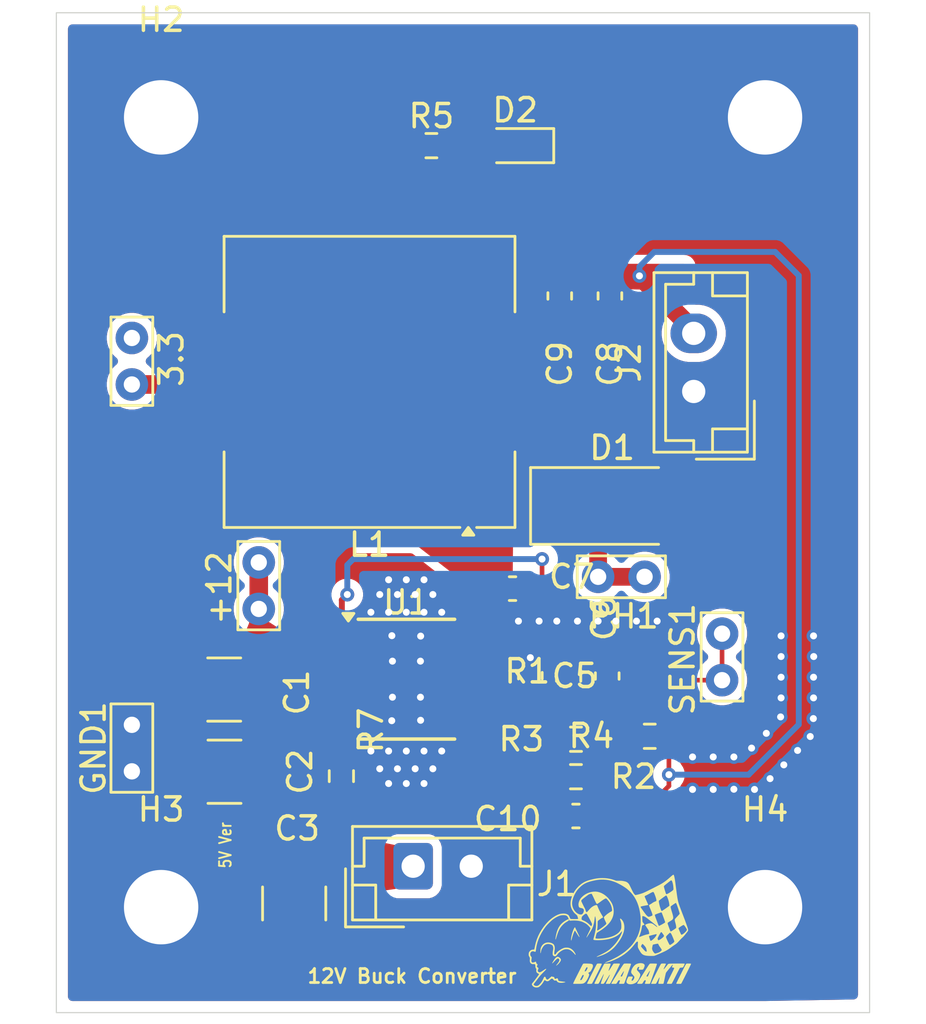
<source format=kicad_pcb>
(kicad_pcb (version 20241229) (generator "pcbnew") (generator_version "9.0")
  (layers (0 "F.Cu" signal) (2 "B.Cu" signal) (13 "F.Paste" user) (15 "B.Paste" user) (5 "F.SilkS" user "F.Silkscreen") (7 "B.SilkS" user "B.Silkscreen") (1 "F.Mask" user) (3 "B.Mask" user) (25 "Edge.Cuts" user))
  (net 0 "")
  (net 1 "Net-(D2-A)")
  (net 2 "3.3V")
  (net 3 "GND")
  (net 4 "+12V")
  (net 5 "Net-(U1-SS)")
  (net 6 "COMP")
  (net 7 "Net-(C6-Pad1)")
  (net 8 "PH")
  (net 9 "BOOT")
  (net 10 "Net-(R2-Pad1)")
  (net 11 "VSENSE")
  (footprint "Capacitor_SMD:C_1210_3225Metric" (layer "F.Cu") (at 48.043013 58.442586 180)
    (property "Reference" "C1" (at -3.126 -0.127 90) (layer "F.SilkS"))
    (property "Value" "22uF")
    (pad "1" smd roundrect (at -1.475 0 180) (size 1.15 2.7) (layers "F.Cu" "F.Mask" "F.Paste") (roundrect_rratio 0.217391) (net 4 "+12V"))
    (pad "2" smd roundrect (at 1.475 0 180) (size 1.15 2.7) (layers "F.Cu" "F.Mask" "F.Paste") (roundrect_rratio 0.217391) (net 3 "GND"))
  )
  (footprint "Inductor_SMD:L_Coilcraft_MSS1278T-XXX" (layer "F.Cu") (at 54.297 45.212 180)
    (property "Reference" "L1" (at 0 -7 0) (layer "F.SilkS"))
    (property "Value" "4.7uH")
    (pad "1" smd roundrect (at -4.25 0 180) (size 4 5.5) (layers "F.Cu" "F.Mask" "F.Paste") (roundrect_rratio 0.0625) (net 8 "PH"))
    (pad "2" smd roundrect (at 4.25 0 180) (size 4 5.5) (layers "F.Cu" "F.Mask" "F.Paste") (roundrect_rratio 0.0625) (net 2 "3.3V"))
  )
  (footprint "MountingHole:MountingHole_3.2mm_M3_Pad_TopBottom" (layer "F.Cu") (at 45.328 67.8)
    (property "Reference" "H3" (at 0 -4.2 0) (layer "F.SilkS"))
    (property "Value" "MountingHole_Pad")
    (pad "1" thru_hole circle (at 0 0) (size 3.6 3.6) (drill 3.2) (layers "*.Cu" "*.Mask") (net 3 "GND"))
    (pad "1" connect circle (at 0 0) (size 6.4 6.4) (layers "F.Cu" "F.Mask") (net 3 "GND"))
    (pad "1" connect circle (at 0 0) (size 6.4 6.4) (layers "B.Cu" "B.Mask") (net 3 "GND"))
  )
  (footprint "MountingHole:MountingHole_3.2mm_M3_Pad_TopBottom" (layer "F.Cu") (at 71.319 67.8)
    (property "Reference" "H4" (at 0 -4.2 0) (layer "F.SilkS"))
    (property "Value" "MountingHole_Pad")
    (pad "1" thru_hole circle (at 0 0) (size 3.6 3.6) (drill 3.2) (layers "*.Cu" "*.Mask") (net 3 "GND"))
    (pad "1" connect circle (at 0 0) (size 6.4 6.4) (layers "F.Cu" "F.Mask") (net 3 "GND"))
    (pad "1" connect circle (at 0 0) (size 6.4 6.4) (layers "B.Cu" "B.Mask") (net 3 "GND"))
  )
  (footprint "TestPoint:TestPoint_Bridge_Pitch2.0mm_Drill0.7mm" (layer "F.Cu") (at 64.135 53.594)
    (property "Reference" "PH1" (at 1.1 1.7 0) (layer "F.SilkS"))
    (property "Value" "TestPoint" (hide yes))
    (pad "1" thru_hole circle (at 0 0) (size 1.4 1.4) (drill 0.7) (layers "*.Cu" "*.Mask") (net 8 "PH"))
    (pad "1" thru_hole circle (at 2 0) (size 1.4 1.4) (drill 0.7) (layers "*.Cu" "*.Mask") (net 8 "PH"))
  )
  (footprint "Capacitor_SMD:C_1210_3225Metric" (layer "F.Cu") (at 51.054 67.642 -90)
    (property "Reference" "C3" (at -3.224 -0.127 0) (layer "F.SilkS"))
    (property "Value" "22uF")
    (pad "1" smd roundrect (at -1.475 0 270) (size 1.15 2.7) (layers "F.Cu" "F.Mask" "F.Paste") (roundrect_rratio 0.217391) (net 4 "+12V"))
    (pad "2" smd roundrect (at 1.475 0 270) (size 1.15 2.7) (layers "F.Cu" "F.Mask" "F.Paste") (roundrect_rratio 0.217391) (net 3 "GND"))
  )
  (footprint "Resistor_SMD:R_0603_1608Metric" (layer "F.Cu") (at 53.086 62.166 -90)
    (property "Reference" "R7" (at -1.969 -1.27 90) (layer "F.SilkS"))
    (property "Value" "56k")
    (pad "1" smd roundrect (at -0.825 0 270) (size 0.8 0.95) (layers "F.Cu" "F.Mask" "F.Paste") (net 5 "Net-(U1-SS)"))
    (pad "2" smd roundrect (at 0.825 0 270) (size 0.8 0.95) (layers "F.Cu" "F.Mask" "F.Paste") (net 3 "GND"))
  )
  (footprint "Capacitor_SMD:C_0603_1608Metric" (layer "F.Cu") (at 63.180161 63.881 180)
    (property "Reference" "C10" (at 2.934 -0.127 180) (layer "F.SilkS"))
    (property "Value" "47uF")
    (pad "1" smd roundrect (at -0.775 0 180) (size 0.9 0.95) (layers "F.Cu" "F.Mask" "F.Paste") (net 2 "3.3V"))
    (pad "2" smd roundrect (at 0.775 0 180) (size 0.9 0.95) (layers "F.Cu" "F.Mask" "F.Paste") (net 3 "GND"))
  )
  (footprint "Capacitor_SMD:C_0603_1608Metric" (layer "F.Cu") (at 62.484 41.516 -90)
    (property "Reference" "C9" (at 2.921 0 90) (layer "F.SilkS"))
    (property "Value" "47uF")
    (pad "1" smd roundrect (at -0.775 0 270) (size 0.9 0.95) (layers "F.Cu" "F.Mask" "F.Paste") (net 2 "3.3V"))
    (pad "2" smd roundrect (at 0.775 0 270) (size 0.9 0.95) (layers "F.Cu" "F.Mask" "F.Paste") (net 3 "GND"))
  )
  (footprint "Capacitor_SMD:C_0603_1608Metric" (layer "F.Cu") (at 64.527249 57.860692 -90)
    (property "Reference" "C6" (at -2.488692 0.138249 90) (layer "F.SilkS"))
    (property "Value" "5.1nF")
    (pad "1" smd roundrect (at -0.775 0 270) (size 0.9 0.95) (layers "F.Cu" "F.Mask" "F.Paste") (net 7 "Net-(C6-Pad1)"))
    (pad "2" smd roundrect (at 0.775 0 270) (size 0.9 0.95) (layers "F.Cu" "F.Mask" "F.Paste") (net 3 "GND"))
  )
  (footprint "Resistor_SMD:R_0603_1608Metric" (layer "F.Cu") (at 63.183 60.579)
    (property "Reference" "R3" (at -2.35 0 0) (layer "F.SilkS"))
    (property "Value" "3k")
    (pad "1" smd roundrect (at -0.825 0) (size 0.8 0.95) (layers "F.Cu" "F.Mask" "F.Paste") (net 10 "Net-(R2-Pad1)"))
    (pad "2" smd roundrect (at 0.825 0) (size 0.8 0.95) (layers "F.Cu" "F.Mask" "F.Paste") (net 11 "VSENSE"))
  )
  (footprint "TestPoint:TestPoint_Bridge_Pitch2.0mm_Drill0.7mm" (layer "F.Cu") (at 44.069 61.96 90)
    (property "Reference" "GND1" (at 1 -1.651 90) (layer "F.SilkS"))
    (property "Value" "TestPoint")
    (pad "1" thru_hole circle (at 0 0 90) (size 1.4 1.4) (drill 0.7) (layers "*.Cu" "*.Mask") (net 3 "GND"))
    (pad "1" thru_hole circle (at 2 0 90) (size 1.4 1.4) (drill 0.7) (layers "*.Cu" "*.Mask") (net 3 "GND"))
  )
  (footprint "MountingHole:MountingHole_3.2mm_M3_Pad_TopBottom" (layer "F.Cu") (at 71.319 33.837)
    (property "Reference" "H1" (hide yes))
    (property "Value" "MountingHole_Pad")
    (pad "1" thru_hole circle (at 0 0) (size 3.6 3.6) (drill 3.2) (layers "*.Cu" "*.Mask") (net 3 "GND"))
    (pad "1" connect circle (at 0 0) (size 6.4 6.4) (layers "F.Cu" "F.Mask") (net 3 "GND"))
    (pad "1" connect circle (at 0 0) (size 6.4 6.4) (layers "B.Cu" "B.Mask") (net 3 "GND"))
  )
  (footprint "Diode_SMD:D_SMA" (layer "F.Cu") (at 64.738 50.546)
    (property "Reference" "D1" (at 0 -2.5 0) (layer "F.SilkS"))
    (property "Value" "SS34")
    (pad "1" smd roundrect (at -2 0) (size 2.5 1.8) (layers "F.Cu" "F.Mask" "F.Paste") (roundrect_rratio 0.1388888889) (net 8 "PH"))
    (pad "2" smd roundrect (at 2 0) (size 2.5 1.8) (layers "F.Cu" "F.Mask" "F.Paste") (roundrect_rratio 0.1388888889) (net 3 "GND"))
  )
  (footprint "TestPoint:TestPoint_Bridge_Pitch2.0mm_Drill0.7mm" (layer "F.Cu") (at 44.069 45.323 90)
    (property "Reference" "3.3" (at 1.1 1.7 90) (layer "F.SilkS"))
    (property "Value" "TestPoint")
    (pad "1" thru_hole circle (at 0 0 90) (size 1.4 1.4) (drill 0.7) (layers "*.Cu" "*.Mask") (net 2 "3.3V"))
    (pad "1" thru_hole circle (at 2 0 90) (size 1.4 1.4) (drill 0.7) (layers "*.Cu" "*.Mask") (net 2 "3.3V"))
  )
  (footprint "Resistor_SMD:R_0603_1608Metric" (layer "F.Cu") (at 63.180532 62.190349)
    (property "Reference" "R2" (at 2.477 0 0) (layer "F.SilkS"))
    (property "Value" "220")
    (pad "1" smd roundrect (at -0.825 0) (size 0.8 0.95) (layers "F.Cu" "F.Mask" "F.Paste") (net 10 "Net-(R2-Pad1)"))
    (pad "2" smd roundrect (at 0.825 0) (size 0.8 0.95) (layers "F.Cu" "F.Mask" "F.Paste") (net 3 "GND"))
  )
  (footprint "MountingHole:MountingHole_3.2mm_M3_Pad_TopBottom" (layer "F.Cu") (at 45.328 33.837)
    (property "Reference" "H2" (at 0 -4.2 0) (layer "F.SilkS"))
    (property "Value" "MountingHole_Pad")
    (pad "1" thru_hole circle (at 0 0) (size 3.6 3.6) (drill 3.2) (layers "*.Cu" "*.Mask") (net 3 "GND"))
    (pad "1" connect circle (at 0 0) (size 6.4 6.4) (layers "F.Cu" "F.Mask") (net 3 "GND"))
    (pad "1" connect circle (at 0 0) (size 6.4 6.4) (layers "B.Cu" "B.Mask") (net 3 "GND"))
  )
  (footprint "logo:logo bimsak" (layer "F.Cu") (at 64.643 68.834)
    (property "Reference" "G***" (hide yes))
    (property "Value" "LOGO" (hide yes))
  )
  (footprint "Capacitor_SMD:C_1210_3225Metric" (layer "F.Cu") (at 48.055 61.976 180)
    (property "Reference" "C2" (at -3.253 0 90) (layer "F.SilkS"))
    (property "Value" "100uF" (hide yes))
    (pad "1" smd roundrect (at -1.475 0 180) (size 1.15 2.7) (layers "F.Cu" "F.Mask" "F.Paste") (roundrect_rratio 0.217391) (net 4 "+12V"))
    (pad "2" smd roundrect (at 1.475 0 180) (size 1.15 2.7) (layers "F.Cu" "F.Mask" "F.Paste") (roundrect_rratio 0.217391) (net 3 "GND"))
  )
  (footprint "Capacitor_SMD:C_0603_1608Metric" (layer "F.Cu") (at 61.217862 57.845581 90)
    (property "Reference" "C5" (at -0.013 1.905 0) (layer "F.SilkS"))
    (property "Value" "180pF")
    (pad "1" smd roundrect (at -0.775 0 90) (size 0.9 0.95) (layers "F.Cu" "F.Mask" "F.Paste") (net 6 "COMP"))
    (pad "2" smd roundrect (at 0.775 0 90) (size 0.9 0.95) (layers "F.Cu" "F.Mask" "F.Paste") (net 3 "GND"))
  )
  (footprint "LED_SMD:LED_0603_1608Metric_Pad1.05x0.95mm_HandSolder" (layer "F.Cu") (at 60.565 35.052 180)
    (property "Reference" "D2" (at 0 1.524 0) (layer "F.SilkS"))
    (property "Value" "LED")
    (pad "1" smd roundrect (at -0.875 0 180) (size 1.05 0.95) (layers "F.Cu" "F.Mask" "F.Paste") (net 3 "GND"))
    (pad "2" smd roundrect (at 0.875 0 180) (size 1.05 0.95) (layers "F.Cu" "F.Mask" "F.Paste") (net 1 "Net-(D2-A)"))
  )
  (footprint "Resistor_SMD:R_0603_1608Metric" (layer "F.Cu") (at 66.357 60.452 180)
    (property "Reference" "R4" (at 2.511299 0.013291 0) (layer "F.SilkS"))
    (property "Value" "10k")
    (pad "1" smd roundrect (at -0.825 0 180) (size 0.8 0.95) (layers "F.Cu" "F.Mask" "F.Paste") (net 2 "3.3V"))
    (pad "2" smd roundrect (at 0.825 0 180) (size 0.8 0.95) (layers "F.Cu" "F.Mask" "F.Paste") (net 11 "VSENSE"))
  )
  (footprint "Resistor_SMD:R_0603_1608Metric" (layer "F.Cu") (at 62.865 57.848 90)
    (property "Reference" "R1" (at 0.19 -1.778 180) (layer "F.SilkS"))
    (property "Value" "5k")
    (pad "1" smd roundrect (at -0.825 0 90) (size 0.8 0.95) (layers "F.Cu" "F.Mask" "F.Paste") (net 6 "COMP"))
    (pad "2" smd roundrect (at 0.825 0 90) (size 0.8 0.95) (layers "F.Cu" "F.Mask" "F.Paste") (net 7 "Net-(C6-Pad1)"))
  )
  (footprint "Connector_JST:JST_EH_B2B-EH-A_1x02_P2.50mm_Vertical" (layer "F.Cu") (at 56.174 66.04)
    (property "Reference" "J1" (at 6.183 0.762 0) (layer "F.SilkS"))
    (property "Value" "+12V In")
    (pad "1" thru_hole roundrect (at 0 0) (size 1.7 2) (drill 1) (layers "*.Cu" "*.Mask") (roundrect_rratio 0.147059) (net 4 "+12V"))
    (pad "2" thru_hole oval (at 2.5 0) (size 1.7 2) (drill 1) (layers "*.Cu" "*.Mask") (net 3 "GND"))
  )
  (footprint "Capacitor_SMD:C_0603_1608Metric" (layer "F.Cu") (at 60.452 54.102 180)
    (property "Reference" "C7" (at -2.553 0.508 0) (layer "F.SilkS"))
    (property "Value" "100nF")
    (pad "1" smd roundrect (at -0.775 0 180) (size 0.9 0.95) (layers "F.Cu" "F.Mask" "F.Paste") (net 9 "BOOT"))
    (pad "2" smd roundrect (at 0.775 0 180) (size 0.9 0.95) (layers "F.Cu" "F.Mask" "F.Paste") (net 8 "PH"))
  )
  (footprint "Connector_JST:JST_EH_B2B-EH-A_1x02_P2.50mm_Vertical" (layer "F.Cu") (at 68.249101 45.623949 90)
    (property "Reference" "J2" (at 1.25 -2.8 90) (layer "F.SilkS"))
    (property "Value" "3.3V")
    (pad "1" thru_hole roundrect (at 0 0 90) (size 1.7 2) (drill 1) (layers "*.Cu" "*.Mask") (roundrect_rratio 0.147059) (net 3 "GND"))
    (pad "2" thru_hole oval (at 2.5 0 90) (size 1.7 2) (drill 1) (layers "*.Cu" "*.Mask") (net 2 "3.3V"))
  )
  (footprint "Package_SO:TI_SO-PowerPAD-8" (layer "F.Cu") (at 55.885983 57.996194)
    (property "Reference" "U1" (at 0 -3.3 0) (layer "F.SilkS"))
    (property "Value" "~")
    (pad "1" smd rect (at -2.78 -1.905) (size 1.91 0.61) (layers "F.Cu" "F.Mask" "F.Paste") (net 9 "BOOT"))
    (pad "2" smd rect (at -2.78 -0.635) (size 1.91 0.61) (layers "F.Cu" "F.Mask" "F.Paste") (net 4 "+12V"))
    (pad "3" smd rect (at -2.78 0.635) (size 1.91 0.61) (layers "F.Cu" "F.Mask" "F.Paste"))
    (pad "4" smd rect (at -2.78 1.905) (size 1.91 0.61) (layers "F.Cu" "F.Mask" "F.Paste") (net 5 "Net-(U1-SS)"))
    (pad "5" smd rect (at 2.78 1.905) (size 1.91 0.61) (layers "F.Cu" "F.Mask" "F.Paste") (net 11 "VSENSE"))
    (pad "6" smd rect (at 2.78 0.635) (size 1.91 0.61) (layers "F.Cu" "F.Mask" "F.Paste") (net 6 "COMP"))
    (pad "7" smd rect (at 2.78 -0.635) (size 1.91 0.61) (layers "F.Cu" "F.Mask" "F.Paste") (net 3 "GND"))
    (pad "8" smd rect (at 2.78 -1.905) (size 1.91 0.61) (layers "F.Cu" "F.Mask" "F.Paste") (net 8 "PH"))
    (pad "9" smd rect (at -0.6025 -0.775) (size 1.205 1.55) (layers "F.Cu" "F.Mask" "F.Paste") (net 3 "GND"))
    (pad "9" smd rect (at -0.6025 0.775) (size 1.205 1.55) (layers "F.Cu" "F.Mask" "F.Paste") (net 3 "GND"))
    (pad "9" smd rect (at 0.6025 -0.775) (size 1.205 1.55) (layers "F.Cu" "F.Mask" "F.Paste") (net 3 "GND"))
    (pad "9" smd rect (at 0.6025 0.775) (size 1.205 1.55) (layers "F.Cu" "F.Mask" "F.Paste") (net 3 "GND"))
  )
  (footprint "Resistor_SMD:R_0603_1608Metric" (layer "F.Cu") (at 56.96 35.052)
    (property "Reference" "R5" (at 0 -1.27 0) (layer "F.SilkS"))
    (property "Value" "220" (hide yes))
    (pad "1" smd roundrect (at -0.825 0) (size 0.8 0.95) (layers "F.Cu" "F.Mask" "F.Paste") (net 2 "3.3V"))
    (pad "2" smd roundrect (at 0.825 0) (size 0.8 0.95) (layers "F.Cu" "F.Mask" "F.Paste") (net 1 "Net-(D2-A)"))
  )
  (footprint "TestPoint:TestPoint_Bridge_Pitch2.0mm_Drill0.7mm" (layer "F.Cu") (at 49.53 52.975 -90)
    (property "Reference" "+12" (at 1.1 1.7 90) (layer "F.SilkS"))
    (property "Value" "TestPoint")
    (pad "1" thru_hole circle (at 0 0 270) (size 1.4 1.4) (drill 0.7) (layers "*.Cu" "*.Mask") (net 4 "+12V"))
    (pad "1" thru_hole circle (at 2 0 270) (size 1.4 1.4) (drill 0.7) (layers "*.Cu" "*.Mask") (net 4 "+12V"))
  )
  (footprint "TestPoint:TestPoint_Bridge_Pitch2.0mm_Drill0.7mm" (layer "F.Cu") (at 69.469 56.039 -90)
    (property "Reference" "SENS1" (at 1.1 1.7 90) (layer "F.SilkS"))
    (property "Value" "TestPoint")
    (pad "1" thru_hole circle (at 0 0 270) (size 1.4 1.4) (drill 0.7) (layers "*.Cu" "*.Mask") (net 11 "VSENSE"))
    (pad "1" thru_hole circle (at 2 0 270) (size 1.4 1.4) (drill 0.7) (layers "*.Cu" "*.Mask") (net 11 "VSENSE"))
  )
  (footprint "Capacitor_SMD:C_0603_1608Metric" (layer "F.Cu") (at 64.643 41.516 -90)
    (property "Reference" "C8" (at 2.921 0 90) (layer "F.SilkS"))
    (property "Value" "47uF")
    (pad "1" smd roundrect (at -0.775 0 270) (size 0.9 0.95) (layers "F.Cu" "F.Mask" "F.Paste") (net 2 "3.3V"))
    (pad "2" smd roundrect (at 0.775 0 270) (size 0.9 0.95) (layers "F.Cu" "F.Mask" "F.Paste") (net 3 "GND"))
  )
  (gr_rect (start 40.819 29.337) (end 75.819 72.337) (stroke (width 0.05)) (fill no) (layer "Edge.Cuts"))
  (gr_text "5V Ver\n" (at 48.387 66.167 90) (layer "F.SilkS") (effects (font (size 0.5 0.4) (thickness 0.08) (bold yes)) (justify left bottom)))
  (gr_text "12V Buck Converter\n" (at 51.562 71.12 0) (layer "F.SilkS") (effects (font (size 0.6 0.6) (thickness 0.12) (bold yes)) (justify left bottom)))
  (segment (start 57.785 35.052) (end 59.69 35.052) (width 0.254) (layer "F.Cu") (net 1))
  (segment (start 63.907 63.881) (end 65.889208 63.881) (width 0.2) (layer "F.Cu") (net 2))
  (segment (start 56.135 35.052) (end 56.135 36.957) (width 0.254) (layer "F.Cu") (net 2))
  (segment (start 64.167 40.653) (end 65.913 40.653) (width 0.8) (layer "F.Cu") (net 2))
  (segment (start 44.069 45.323) (end 49.936 45.323) (width 0.8) (layer "F.Cu") (net 2))
  (segment (start 56.133 37.212) (end 55.626 37.719) (width 0.254) (layer "F.Cu") (net 2))
  (segment (start 67.182 60.452) (end 67.182 62.588209) (width 0.2) (layer "F.Cu") (net 2))
  (segment (start 56.642 37.719) (end 59.944 37.719) (width 0.8) (layer "F.Cu") (net 2))
  (segment (start 63.373 40.653) (end 64.167 40.653) (width 0.8) (layer "F.Cu") (net 2))
  (segment (start 62.643 40.653) (end 63.373 40.653) (width 0.8) (layer "F.Cu") (net 2))
  (segment (start 56.007 37.719) (end 56.642 37.719) (width 0.8) (layer "F.Cu") (net 2))
  (segment (start 67.182 62.588209) (end 65.964604 63.805604) (width 0.2) (layer "F.Cu") (net 2))
  (segment (start 51.435 37.719) (end 55.626 37.719) (width 0.8) (layer "F.Cu") (net 2))
  (segment (start 56.135 37.212) (end 56.133 37.212) (width 0.254) (layer "F.Cu") (net 2))
  (segment (start 50.047 45.212) (end 50.047 39.107) (width 0.8) (layer "F.Cu") (net 2))
  (segment (start 62.63 40.64) (end 62.643 40.653) (width 0.8) (layer "F.Cu") (net 2))
  (segment (start 56.135 36.957) (end 56.135 37.212) (width 0.254) (layer "F.Cu") (net 2))
  (segment (start 61.608 40.653) (end 62.643 40.653) (width 0.8) (layer "F.Cu") (net 2))
  (segment (start 50.047 39.107) (end 51.435 37.719) (width 0.8) (layer "F.Cu") (net 2))
  (segment (start 55.626 37.719) (end 56.007 37.719) (width 0.8) (layer "F.Cu") (net 2))
  (segment (start 56.135 37.212) (end 56.642 37.719) (width 0.254) (layer "F.Cu") (net 2))
  (segment (start 61.087 40.132) (end 61.608 40.653) (width 0.8) (layer "F.Cu") (net 2))
  (segment (start 56.135 37.591) (end 56.007 37.719) (width 0.254) (layer "F.Cu") (net 2))
  (segment (start 68.249101 42.989101) (end 68.249101 43.123949) (width 0.8) (layer "F.Cu") (net 2))
  (segment (start 65.889208 63.881) (end 65.964604 63.805604) (width 0.2) (layer "F.Cu") (net 2))
  (segment (start 59.944 37.719) (end 61.087 38.862) (width 0.8) (layer "F.Cu") (net 2))
  (segment (start 49.936 45.323) (end 50.047 45.212) (width 0.8) (layer "F.Cu") (net 2))
  (segment (start 61.087 38.862) (end 61.087 40.132) (width 0.8) (layer "F.Cu") (net 2))
  (segment (start 65.913 40.653) (end 68.249101 42.989101) (width 0.8) (layer "F.Cu") (net 2))
  (segment (start 56.135 36.957) (end 56.135 37.591) (width 0.254) (layer "F.Cu") (net 2))
  (via (at 65.913 40.653) (size 0.6) (drill 0.3) (layers "F.Cu" "B.Cu") (net 2))
  (via (at 67.182 62.103) (size 0.6) (drill 0.3) (layers "F.Cu" "B.Cu") (net 2))
  (segment (start 66.548 39.624) (end 71.755 39.624) (width 0.254) (layer "B.Cu") (net 2))
  (segment (start 71.755 39.624) (end 72.771 40.64) (width 0.254) (layer "B.Cu") (net 2))
  (segment (start 72.771 40.64) (end 72.771 59.944) (width 0.254) (layer "B.Cu") (net 2))
  (segment (start 65.913 40.259) (end 66.548 39.624) (width 0.254) (layer "B.Cu") (net 2))
  (segment (start 70.612 62.103) (end 67.182 62.103) (width 0.254) (layer "B.Cu") (net 2))
  (segment (start 65.913 40.653) (end 65.913 40.259) (width 0.254) (layer "B.Cu") (net 2))
  (segment (start 72.771 59.944) (end 70.612 62.103) (width 0.254) (layer "B.Cu") (net 2))
  (segment (start 58.665983 57.361194) (end 56.628483 57.361194) (width 0.254) (layer "F.Cu") (net 3))
  (segment (start 56.628483 57.361194) (end 56.488483 57.221194) (width 0.254) (layer "F.Cu") (net 3))
  (segment (start 62.405161 63.79072) (end 64.005532 62.190349) (width 0.2) (layer "F.Cu") (net 3))
  (segment (start 62.405161 63.881) (end 62.405161 63.79072) (width 0.2) (layer "F.Cu") (net 3))
  (segment (start 58.956596 57.070581) (end 58.665983 57.361194) (width 0.2) (layer "F.Cu") (net 3))
  (segment (start 61.217862 57.070581) (end 61.388581 57.070581) (width 0.2) (layer "F.Cu") (net 3))
  (segment (start 61.217862 57.070581) (end 58.956596 57.070581) (width 0.2) (layer "F.Cu") (net 3))
  (via (at 70.739 60.96) (size 0.6) (drill 0.3) (layers "F.Cu" "B.Cu") (net 3))
  (via (at 54.737 54.356) (size 0.6) (drill 0.3) (layers "F.Cu" "B.Cu") (net 3))
  (via (at 57.404 55.118) (size 0.6) (drill 0.3) (layers "F.Cu" "B.Cu") (net 3))
  (via (at 56.642 55.118) (size 0.6) (drill 0.3) (layers "F.Cu" "B.Cu") (net 3))
  (via (at 56.261 54.356) (size 0.6) (drill 0.3) (layers "F.Cu" "B.Cu") (net 3))
  (via (at 68.199 62.738) (size 0.6) (drill 0.3) (layers "F.Cu" "B.Cu") (net 3))
  (via (at 56.488483 57.221194) (size 0.6) (drill 0.3) (layers "F.Cu" "B.Cu") (net 3))
  (via (at 55.88 53.721) (size 0.6) (drill 0.3) (layers "F.Cu" "B.Cu") (net 3))
  (via (at 55.118 55.118) (size 0.6) (drill 0.3) (layers "F.Cu" "B.Cu") (net 3))
  (via (at 71.534522 62.273205) (size 0.6) (drill 0.3) (layers "F.Cu" "B.Cu") (net 3))
  (via (at 71.374 60.325) (size 0.6) (drill 0.3) (layers "F.Cu" "B.Cu") (net 3))
  (via (at 66.675 55.499) (size 0.6) (drill 0.3) (layers "F.Cu" "B.Cu") (net 3))
  (via (at 56.642 53.721) (size 0.6) (drill 0.3) (layers "F.Cu" "B.Cu") (net 3))
  (via (at 73.406 57.912) (size 0.6) (drill 0.3) (layers "F.Cu" "B.Cu") (net 3))
  (via (at 55.118 53.721) (size 0.6) (drill 0.3) (layers "F.Cu" "B.Cu") (net 3))
  (via (at 61.217862 57.070581) (size 0.6) (drill 0.3) (layers "F.Cu" "B.Cu") (net 3))
  (via (at 63.246 55.499) (size 0.6) (drill 0.3) (layers "F.Cu" "B.Cu") (net 3))
  (via (at 62.357 55.499) (size 0.6) (drill 0.3) (layers "F.Cu" "B.Cu") (net 3))
  (via (at 73.398 59.69) (size 0.6) (drill 0.3) (layers "F.Cu" "B.Cu") (net 3))
  (via (at 55.88 62.484) (size 0.6) (drill 0.3) (layers "F.Cu" "B.Cu") (net 3))
  (via (at 65.786 55.499) (size 0.6) (drill 0.3) (layers "F.Cu" "B.Cu") (net 3))
  (via (at 57.023 54.356) (size 0.6) (drill 0.3) (layers "F.Cu" "B.Cu") (net 3))
  (via (at 72.126835 61.680891) (size 0.6) (drill 0.3) (layers "F.Cu" "B.Cu") (net 3))
  (via (at 64.135 55.499) (size 0.6) (drill 0.3) (layers "F.Cu" "B.Cu") (net 3))
  (via (at 70.866 62.738) (size 0.6) (drill 0.3) (layers "F.Cu" "B.Cu") (net 3))
  (via (at 68.199 61.341) (size 0.6) (drill 0.3) (layers "F.Cu" "B.Cu") (net 3))
  (via (at 54.356 61.087) (size 0.6) (drill 0.3) (layers "F.Cu" "B.Cu") (net 3))
  (via (at 55.253894 59.782224) (size 0.6) (drill 0.3) (layers "F.Cu" "B.Cu") (net 3))
  (via (at 60.706 55.499) (size 0.6) (drill 0.3) (layers "F.Cu" "B.Cu") (net 3))
  (via (at 55.88 61.087) (size 0.6) (drill 0.3) (layers "F.Cu" "B.Cu") (net 3))
  (via (at 56.495083 59.764365) (size 0.6) (drill 0.3) (layers "F.Cu" "B.Cu") (net 3))
  (via (at 69.088 62.738) (size 0.6) (drill 0.3) (layers "F.Cu" "B.Cu") (net 3))
  (via (at 64.897 55.499) (size 0.6) (drill 0.3) (layers "F.Cu" "B.Cu") (net 3))
  (via (at 57.404 61.087) (size 0.6) (drill 0.3) (layers "F.Cu" "B.Cu") (net 3))
  (via (at 73.414 57.023) (size 0.6) (drill 0.3) (layers "F.Cu" "B.Cu") (net 3))
  (via (at 61.595 55.499) (size 0.6) (drill 0.3) (layers "F.Cu" "B.Cu") (net 3))
  (via (at 55.88 55.118) (size 0.6) (drill 0.3) (layers "F.Cu" "B.Cu") (net 3))
  (via (at 56.497129 56.143929) (size 0.6) (drill 0.3) (layers "F.Cu" "B.Cu") (net 3))
  (via (at 72.009 58.801) (size 0.6) (drill 0.3) (layers "F.Cu" "B.Cu") (net 3))
  (via (at 56.488483 58.771194) (size 0.6) (drill 0.3) (layers "F.Cu" "B.Cu") (net 3))
  (via (at 55.118 62.484) (size 0.6) (drill 0.3) (layers "F.Cu" "B.Cu") (net 3))
  (via (at 69.977 61.341) (size 0.6) (drill 0.3) (layers "F.Cu" "B.Cu") (net 3))
  (via (at 73.406 56.134) (size 0.6) (drill 0.3) (layers "F.Cu" "B.Cu") (net 3))
  (via (at 72.009 56.134) (size 0.6) (drill 0.3) (layers "F.Cu" "B.Cu") (net 3))
  (via (at 55.283483 57.221194) (size 0.6) (drill 0.3) (layers "F.Cu" "B.Cu") (net 3))
  (via (at 57.023 61.849) (size 0.6) (drill 0.3) (layers "F.Cu" "B.Cu") (net 3))
  (via (at 73.263805 60.462223) (size 0.6) (drill 0.3) (layers "F.Cu" "B.Cu") (net 3))
  (via (at 55.499 61.849) (size 0.6) (drill 0.3) (layers "F.Cu" "B.Cu") (net 3))
  (via (at 72.009 57.023) (size 0.6) (drill 0.3) (layers "F.Cu" "B.Cu") (net 3))
  (via (at 54.737 61.849) (size 0.6) (drill 0.3) (layers "F.Cu" "B.Cu") (net 3))
  (via (at 54.356 55.118) (size 0.6) (drill 0.3) (layers "F.Cu" "B.Cu") (net 3))
  (via (at 72.009 57.912) (size 0.6) (drill 0.3) (layers "F.Cu" "B.Cu") (net 3))
  (via (at 55.258917 56.12607) (size 0.6) (drill 0.3) (layers "F.Cu" "B.Cu") (net 3))
  (via (at 69.977 62.73) (size 0.6) (drill 0.3) (layers "F.Cu" "B.Cu") (net 3))
  (via (at 56.642 61.087) (size 0.6) (drill 0.3) (layers "F.Cu" "B.Cu") (net 3))
  (via (at 55.499 54.356) (size 0.6) (drill 0.3) (layers "F.Cu" "B.Cu") (net 3))
  (via (at 69.088 61.341) (size 0.6) (drill 0.3) (layers "F.Cu" "B.Cu") (net 3))
  (via (at 71.988327 59.619043) (size 0.6) (drill 0.3) (layers "F.Cu" "B.Cu") (net 3))
  (via (at 72.719149 61.061345) (size 0.6) (drill 0.3) (layers "F.Cu" "B.Cu") (net 3))
  (via (at 56.642 62.484) (size 0.6) (drill 0.3) (layers "F.Cu" "B.Cu") (net 3))
  (via (at 56.261 61.849) (size 0.6) (drill 0.3) (layers "F.Cu" "B.Cu") (net 3))
  (via (at 55.118 61.087) (size 0.6) (drill 0.3) (layers "F.Cu" "B.Cu") (net 3))
  (via (at 55.283483 58.771194) (size 0.6) (drill 0.3) (layers "F.Cu" "B.Cu") (net 3))
  (via (at 73.406 58.801) (size 0.6) (drill 0.3) (layers "F.Cu" "B.Cu") (net 3))
  (segment (start 65.913 57.277) (end 65.913 58.42) (width 0.2) (layer "B.Cu") (net 3))
  (segment (start 65.913 58.42) (end 65.659 58.674) (width 0.2) (layer "B.Cu") (net 3))
  (segment (start 65.659 58.674) (end 64.516 58.674) (width 0.2) (layer "B.Cu") (net 3))
  (segment (start 65.706581 57.070581) (end 65.913 57.277) (width 0.2) (layer "B.Cu") (net 3))
  (segment (start 61.217862 57.070581) (end 65.706581 57.070581) (width 0.2) (layer "B.Cu") (net 3))
  (segment (start 49.53 52.975) (end 49.53 54.975) (width 0.8) (layer "F.Cu") (net 4))
  (segment (start 49.518013 54.986987) (end 49.53 54.975) (width 0.8) (layer "F.Cu") (net 4))
  (segment (start 49.518013 58.442586) (end 49.518013 54.986987) (width 0.8) (layer "F.Cu") (net 4))
  (segment (start 53.105983 60.706) (end 53.086 60.725983) (width 0.2) (layer "F.Cu") (net 5))
  (segment (start 53.105983 60.706) (end 53.105983 60.939017) (width 0.2) (layer "F.Cu") (net 5))
  (segment (start 53.105983 59.901194) (end 53.105983 60.706) (width 0.2) (layer "F.Cu") (net 5))
  (segment (start 53.086 60.725983) (end 53.086 61.341) (width 0.2) (layer "F.Cu") (net 5))
  (segment (start 58.665983 58.631194) (end 62.822194 58.631194) (width 0.254) (layer "F.Cu") (net 6))
  (segment (start 62.822194 58.631194) (end 62.992 58.801) (width 0.254) (layer "F.Cu") (net 6))
  (segment (start 62.914372 58.623628) (end 62.865 58.673) (width 0.2) (layer "F.Cu") (net 6))
  (segment (start 64.464557 57.023) (end 64.527249 57.085692) (width 0.2) (layer "F.Cu") (net 7))
  (segment (start 62.865 57.023) (end 64.464557 57.023) (width 0.2) (layer "F.Cu") (net 7))
  (segment (start 59.173983 54.102) (end 58.665983 53.594) (width 0.762) (layer "F.Cu") (net 8))
  (segment (start 58.547 48.006) (end 58.547 45.212) (width 0.762) (layer "F.Cu") (net 8))
  (segment (start 62.738 50.546) (end 64.135 51.943) (width 0.762) (layer "F.Cu") (net 8))
  (segment (start 58.665983 52.832) (end 58.665983 49.784) (width 0.762) (layer "F.Cu") (net 8))
  (segment (start 58.665983 54.61) (end 59.173983 54.102) (width 0.762) (layer "F.Cu") (net 8))
  (segment (start 58.665983 56.091194) (end 58.665983 54.61) (width 0.762) (layer "F.Cu") (net 8))
  (segment (start 58.674 48.133) (end 58.547 48.006) (width 0.762) (layer "F.Cu") (net 8))
  (segment (start 59.436 50.546) (end 62.738 50.546) (width 0.762) (layer "F.Cu") (net 8))
  (segment (start 58.665983 54.61) (end 58.665983 52.832) (width 0.762) (layer "F.Cu") (net 8))
  (segment (start 59.427983 50.546) (end 58.665983 49.784) (width 0.762) (layer "F.Cu") (net 8))
  (segment (start 58.665983 53.594) (end 58.665983 52.832) (width 0.762) (layer "F.Cu") (net 8))
  (segment (start 58.665983 51.316017) (end 59.436 50.546) (width 0.762) (layer "F.Cu") (net 8))
  (segment (start 58.665983 48.141017) (end 58.674 48.133) (width 0.762) (layer "F.Cu") (net 8))
  (segment (start 64.135 51.943) (end 64.135 53.594) (width 0.762) (layer "F.Cu") (net 8))
  (segment (start 59.436 50.546) (end 59.427983 50.546) (width 0.762) (layer "F.Cu") (net 8))
  (segment (start 58.665983 52.832) (end 58.665983 51.316017) (width 0.762) (layer "F.Cu") (net 8))
  (segment (start 58.665983 49.784) (end 58.665983 48.141017) (width 0.762) (layer "F.Cu") (net 8))
  (segment (start 64.135 53.594) (end 66.135 53.594) (width 0.762) (layer "F.Cu") (net 8))
  (segment (start 61.722 52.832) (end 61.748 52.858) (width 0.2) (layer "F.Cu") (net 9))
  (segment (start 61.227 54.102) (end 61.722 53.607) (width 0.2) (layer "F.Cu") (net 9))
  (segment (start 53.105983 54.590017) (end 53.105983 56.091194) (width 0.254) (layer "F.Cu") (net 9))
  (segment (start 61.722 53.607) (end 61.722 52.832) (width 0.2) (layer "F.Cu") (net 9))
  (segment (start 53.34 54.356) (end 53.105983 54.590017) (width 0.254) (layer "F.Cu") (net 9))
  (via (at 61.722 52.832) (size 0.6) (drill 0.3) (layers "F.Cu" "B.Cu") (net 9))
  (via (at 53.34 54.356) (size 0.6) (drill 0.3) (layers "F.Cu" "B.Cu") (net 9))
  (segment (start 53.594 52.832) (end 53.34 53.086) (width 0.254) (layer "B.Cu") (net 9))
  (segment (start 61.722 52.832) (end 53.594 52.832) (width 0.254) (layer "B.Cu") (net 9))
  (segment (start 53.34 53.086) (end 53.34 54.356) (width 0.254) (layer "B.Cu") (net 9))
  (segment (start 62.358 60.579) (end 62.358 62.187881) (width 0.2) (layer "F.Cu") (net 10))
  (segment (start 62.358 62.187881) (end 62.355532 62.190349) (width 0.2) (layer "F.Cu") (net 10))
  (segment (start 64.008 60.579) (end 64.008 60.198) (width 0.2) (layer "F.Cu") (net 11))
  (segment (start 65.61141 60.579) (end 65.624701 60.565709) (width 0.2) (layer "F.Cu") (net 11))
  (segment (start 67.056 58.039) (end 69.469 58.039) (width 0.2) (layer "F.Cu") (net 11))
  (segment (start 60.748806 59.901194) (end 58.665983 59.901194) (width 0.2) (layer "F.Cu") (net 11))
  (segment (start 65.532 60.452) (end 65.532 59.563) (width 0.2) (layer "F.Cu") (net 11))
  (segment (start 58.665983 59.901194) (end 59.393194 59.901194) (width 0.254) (layer "F.Cu") (net 11))
  (segment (start 69.469 58.039) (end 69.469 56.039) (width 0.2) (layer "F.Cu") (net 11))
  (segment (start 63.5 59.69) (end 60.96 59.69) (width 0.2) (layer "F.Cu") (net 11))
  (segment (start 64.008 60.579) (end 65.61141 60.579) (width 0.2) (layer "F.Cu") (net 11))
  (segment (start 65.532 59.563) (end 67.056 58.039) (width 0.2) (layer "F.Cu") (net 11))
  (segment (start 60.96 59.69) (end 60.748806 59.901194) (width 0.2) (layer "F.Cu") (net 11))
  (segment (start 64.008 60.198) (end 63.5 59.69) (width 0.2) (layer "F.Cu") (net 11))
  (zone (net 2) (net_name "3.3V") (layer "F.Cu") (priority 2) (connect_pads yes (clearance 0.381)) (min_thickness 0.25) (fill yes (thermal_gap 0.5) (thermal_bridge_width 0.5))
    (polygon (pts (xy 48.055596 42.794246) (xy 48.006 39.37) (xy 50.038 37.211) (xy 60.071 37.211) (xy 61.494428 38.634428) (xy 61.494428 40.132) (xy 67.945 40.132) (xy 67.945 41.275) (xy 60.706 41.148) (xy 60.706 39.33825) (xy 60.102843 38.745582) (xy 55.88 38.735) (xy 53.467 38.862) (xy 53.34 48.133) (xy 48.133 48.133) (xy 48.006 42.164) (xy 48.052772 42.770171) (xy 48.064943 42.788428)))
  )
  (zone (net 0) (net_name "") (layer "F.Cu") (connect_pads yes (clearance 0)) (min_thickness 0.25)
    (keepout (tracks not_allowed) (vias not_allowed) (pads not_allowed) (copperpour not_allowed) (footprints allowed))
    (fill (thermal_gap 0.5) (thermal_bridge_width 0.5))
    (polygon (pts (xy 55.88 38.735) (xy 55.499 40.386) (xy 55.499 42.037) (xy 55.499 45.339) (xy 55.499 50.673) (xy 56.134 52.578) (xy 55.499 52.578) (xy 53.594 52.578) (xy 53.594 40.2336) (xy 53.594 38.735)))
  )
  (zone (net 8) (net_name "PH") (layer "F.Cu") (priority 1) (connect_pads yes (clearance 0.381)) (min_thickness 0.25) (fill yes (thermal_gap 0.5) (thermal_bridge_width 0.5))
    (polygon (pts (xy 56.134 40.352776) (xy 56.134 47.209383) (xy 56.261 52.197) (xy 58.166 53.674839) (xy 58.166 56.134) (xy 59.436 56.134) (xy 60.452 54.102) (xy 60.579 42.799) (xy 60.579 40.360107)))
  )
  (zone (net 4) (net_name "+12V") (layer "F.Cu") (priority 3) (connect_pads yes (clearance 0.381)) (min_thickness 0.25) (fill yes (thermal_gap 0.5) (thermal_bridge_width 0.5))
    (polygon (pts (xy 48.514 65.786) (xy 48.514 57.046385) (xy 49.149 55.499) (xy 49.911 55.499) (xy 49.911 55.499) (xy 52.324 57.046385) (xy 52.324 57.531) (xy 51.181 57.912) (xy 51.181 64.262) (xy 55.499 65.151) (xy 55.499 67.004252) (xy 51.054 67.642)))
  )
  (zone (net 0) (net_name "") (layer "F.Cu") (connect_pads (clearance 0)) (min_thickness 0.25)
    (keepout (tracks allowed) (vias allowed) (pads allowed) (copperpour not_allowed) (footprints allowed))
    (fill (thermal_gap 0.5) (thermal_bridge_width 0.5))
    (polygon (pts (xy 60.452 54.991) (xy 66.421 54.991) (xy 66.421 54.61) (xy 60.452 54.737)))
  )
  (zone (net 3) (net_name "GND") (layers "F.Cu" "B.Cu") (connect_pads yes (clearance 0.381)) (min_thickness 0.381) (fill yes (thermal_gap 0.5) (thermal_bridge_width 0.5) (smoothing chamfer))
    (polygon (pts (xy 40.894 29.464) (xy 75.819 29.337) (xy 75.819 71.755) (xy 40.894 72.39)))
  )
)
</source>
